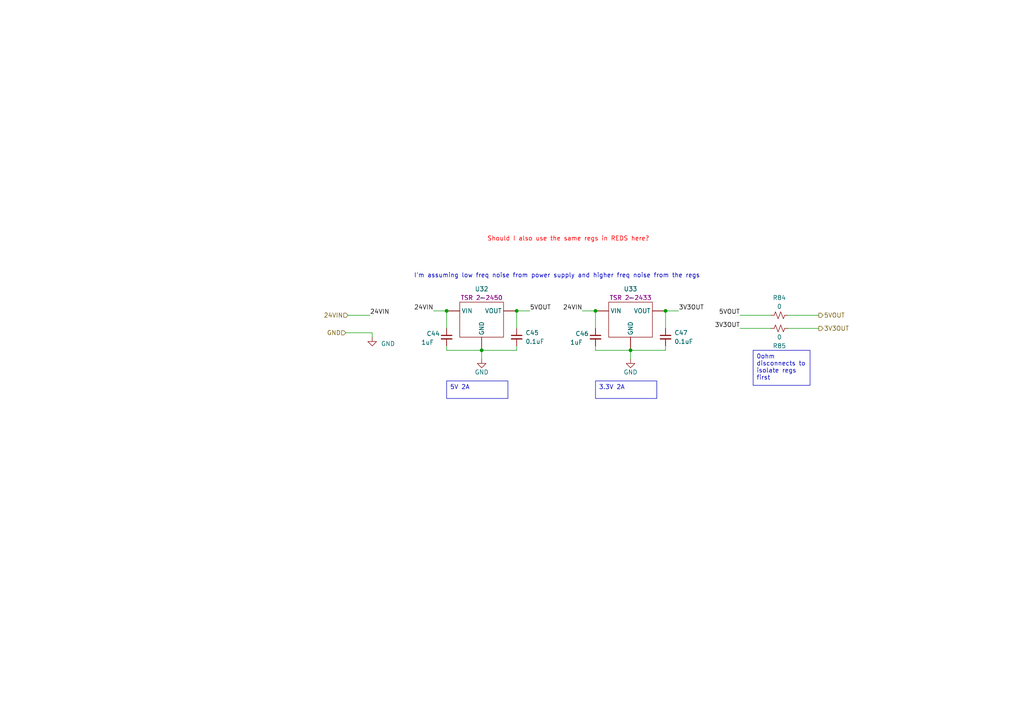
<source format=kicad_sch>
(kicad_sch (version 20231120) (generator "eeschema") (generator_version "8.0")
  (paper "A4")
  (lib_symbols
    (symbol "Device:C_Small" (pin_numbers hide) (pin_names (offset 0.254) hide)
      (property "Reference" "C" (at 0.254 1.778 0))
      (property "Value" "C_Small" (at 0.254 -2.032 0))
      (symbol "C_Small_0_1"
        (polyline (pts (xy -1.524 -0.508) (xy 1.524 -0.508)) (stroke (width 0.3302)))
        (polyline (pts (xy -1.524 0.508) (xy 1.524 0.508)) (stroke (width 0.3048)))
      )
      (symbol "C_Small_1_1"
        (pin passive line (at 0 2.54 270) (length 2.032) (name "~") (number "1"))
        (pin passive line (at 0 -2.54 90) (length 2.032) (name "~") (number "2"))
      )
    )
    (symbol "Device:R_Small_US" (pin_numbers hide) (pin_names (offset 0.254) hide)
      (property "Reference" "R" (at 0.762 0.508 0))
      (property "Value" "R_Small_US" (at 0.762 -1.016 0))
      (symbol "R_Small_US_1_1"
        (polyline (pts (xy 0 0) (xy 1.016 -0.381) (xy 0 -0.762) (xy -1.016 -1.143) (xy 0 -1.524)))
        (polyline (pts (xy 0 1.524) (xy 1.016 1.143) (xy 0 0.762) (xy -1.016 0.381) (xy 0 0)))
        (pin passive line (at 0 2.54 270) (length 1.016) (name "~") (number "1"))
        (pin passive line (at 0 -2.54 90) (length 1.016) (name "~") (number "2"))
      )
    )
    (symbol "UCIRP-KiCAD-Lib:Generic_Regulator_InputGroundOutput" (pin_numbers hide)
      (property "Reference" "U" (at 0 6.35 0))
      (symbol "Generic_Regulator_InputGroundOutput_0_1"
        (rectangle (start -6.35 5.08) (end 6.35 -5.08))
      )
      (symbol "Generic_Regulator_InputGroundOutput_1_1"
        (pin power_in line (at -10.16 2.54 0) (length 3.81) (name "VIN") (number "1"))
        (pin power_in line (at 0 -8.89 90) (length 3.81) (name "GND") (number "2"))
        (pin power_out line (at 10.16 2.54 180) (length 3.81) (name "VOUT") (number "3"))
      )
    )
    (symbol "power:GND" (power) (pin_names (offset 0))
      (property "Value" "GND" (at 0 -3.81 0))
      (symbol "GND_0_1"
        (polyline (pts (xy 0 0) (xy 0 -1.27) (xy 1.27 -1.27) (xy 0 -2.54) (xy -1.27 -1.27) (xy 0 -1.27)))
      )
      (symbol "GND_1_1"
        (pin power_in line (at 0 0 270) (length 0) hide (name "GND") (number "1"))
      )
    )
  )
  (junction (at 193.04 90.17))
  (junction (at 139.7 101.6))
  (junction (at 149.86 90.17))
  (junction (at 129.54 90.17))
  (junction (at 172.72 90.17))
  (junction (at 182.88 101.6))
  (wire (pts (xy 193.04 90.17) (xy 196.85 90.17)))
  (wire (pts (xy 107.95 97.79) (xy 107.95 96.52)))
  (wire (pts (xy 100.33 96.52) (xy 107.95 96.52)))
  (wire (pts (xy 149.86 100.33) (xy 149.86 101.6)))
  (wire (pts (xy 129.54 101.6) (xy 139.7 101.6)))
  (wire (pts (xy 193.04 100.33) (xy 193.04 101.6)))
  (wire (pts (xy 149.86 90.17) (xy 149.86 95.25)))
  (wire (pts (xy 149.86 90.17) (xy 153.67 90.17)))
  (wire (pts (xy 168.91 90.17) (xy 172.72 90.17)))
  (wire (pts (xy 172.72 101.6) (xy 182.88 101.6)))
  (wire (pts (xy 193.04 101.6) (xy 182.88 101.6)))
  (wire (pts (xy 193.04 90.17) (xy 193.04 95.25)))
  (wire (pts (xy 228.6 91.44) (xy 237.49 91.44)))
  (wire (pts (xy 172.72 100.33) (xy 172.72 101.6)))
  (wire (pts (xy 129.54 90.17) (xy 129.54 95.25)))
  (wire (pts (xy 125.73 90.17) (xy 129.54 90.17)))
  (wire (pts (xy 182.88 101.6) (xy 182.88 104.14)))
  (wire (pts (xy 139.7 101.6) (xy 139.7 104.14)))
  (wire (pts (xy 172.72 90.17) (xy 172.72 95.25)))
  (wire (pts (xy 214.63 91.44) (xy 223.52 91.44)))
  (wire (pts (xy 214.63 95.25) (xy 223.52 95.25)))
  (wire (pts (xy 228.6 95.25) (xy 237.49 95.25)))
  (wire (pts (xy 129.54 100.33) (xy 129.54 101.6)))
  (wire (pts (xy 149.86 101.6) (xy 139.7 101.6)))
  (wire (pts (xy 107.315 91.44) (xy 100.965 91.44)))
  (text_box "3.3V 2A" (at 172.72 110.49 0) (size 17.78 5.08) (effects (font (size 1.27 1.27)) (justify left top)))
  (text_box "5V 2A" (at 129.54 110.49 0) (size 17.78 5.08) (effects (font (size 1.27 1.27)) (justify left top)))
  (text_box "0ohm disconnects to isolate regs first" (at 218.44 101.6 0) (size 16.51 10.16) (effects (font (size 1.27 1.27)) (justify left top)))
  (text "I'm assuming low freq noise from power supply and higher freq noise from the regs" (at 161.544 80.01 0) (effects (font (size 1.27 1.27))))
  (text "Should I also use the same regs in REDS here?" (at 164.846 69.342 0) (effects (font (size 1.27 1.27))))
  (label "3V3OUT" (at 214.63 95.25 180))
  (label "5VOUT" (at 214.63 91.44 180))
  (label "3V3OUT" (at 196.85 90.17 0))
  (label "24VIN" (at 125.73 90.17 180))
  (label "24VIN" (at 107.315 91.44 0))
  (label "24VIN" (at 168.91 90.17 180))
  (label "5VOUT" (at 153.67 90.17 0))
  (hierarchical_label "5VOUT" (shape output) (at 237.49 91.44 0))
  (hierarchical_label "24VIN" (shape input) (at 100.965 91.44 180))
  (hierarchical_label "3V3OUT" (shape output) (at 237.49 95.25 0))
  (hierarchical_label "GND" (shape input) (at 100.33 96.52 180))
  (symbol (lib_id "power:GND") (at 182.88 104.14 0) (unit 1)
    (property "Reference" "#PWR0134" (effects (hide yes)))
    (property "Value" "GND" (at 182.88 107.95 0))
  )
  (symbol (lib_id "Device:C_Small") (at 172.72 97.79 0) (unit 1)
    (property "Reference" "C46" (at 166.878 96.774 0) (effects (justify left)))
    (property "Value" "1uF" (at 165.354 99.314 0) (effects (justify left)))
    (property "Description" "Unpolarized capacitor, small symbol" (effects (hide yes)))
  )
  (symbol (lib_id "Device:R_Small_US") (at 226.06 95.25 90) (unit 1)
    (property "Reference" "R85" (at 226.06 100.33 90))
    (property "Value" "0" (at 226.06 97.79 90))
    (property "Footprint" "Resistor_SMD:R_1206_3216Metric_Pad1.30x1.75mm_HandSolder" (effects (hide yes)))
  )
  (symbol (lib_id "Device:C_Small") (at 149.86 97.79 0) (unit 1)
    (property "Reference" "C45" (at 152.4 96.5262 0) (effects (justify left)))
    (property "Value" "0.1uF" (at 152.4 99.0662 0) (effects (justify left)))
    (property "Description" "Unpolarized capacitor, small symbol" (effects (hide yes)))
  )
  (symbol (lib_id "Device:C_Small") (at 193.04 97.79 0) (unit 1)
    (property "Reference" "C47" (at 195.58 96.5262 0) (effects (justify left)))
    (property "Value" "0.1uF" (at 195.58 99.0662 0) (effects (justify left)))
    (property "Description" "Unpolarized capacitor, small symbol" (effects (hide yes)))
  )
  (symbol (lib_id "power:GND") (at 107.95 97.79 0) (unit 1)
    (property "Reference" "#PWR0132" (effects (hide yes)))
    (property "Value" "GND" (at 110.49 99.695 0) (effects (justify left)))
  )
  (symbol (lib_id "Device:C_Small") (at 129.54 97.79 0) (unit 1)
    (property "Reference" "C44" (at 123.698 96.774 0) (effects (justify left)))
    (property "Value" "1uF" (at 122.174 99.314 0) (effects (justify left)))
    (property "Description" "Unpolarized capacitor, small symbol" (effects (hide yes)))
  )
  (symbol (lib_id "Device:R_Small_US") (at 226.06 91.44 90) (unit 1)
    (property "Reference" "R84" (at 226.06 86.36 90))
    (property "Value" "0" (at 226.06 88.9 90))
    (property "Footprint" "Resistor_SMD:R_1206_3216Metric_Pad1.30x1.75mm_HandSolder" (effects (hide yes)))
  )
  (symbol (lib_id "UCIRP-KiCAD-Lib:Generic_Regulator_InputGroundOutput") (at 139.7 92.71 0) (unit 1)
    (property "Reference" "U32" (at 139.7 83.82 0))
    (property "Value" "~" (at 139.7 86.36 0))
    (property "Datasheet" "https://www.mouser.com/datasheet/2/687/tsr2_datasheet-3049803.pdf" (effects (hide yes)))
    (property "Manufacturer" "Traco Power" (effects (hide yes)))
    (property "Part #" "TSR 2-2450" (at 139.7 86.36 0))
  )
  (symbol (lib_id "UCIRP-KiCAD-Lib:Generic_Regulator_InputGroundOutput") (at 182.88 92.71 0) (unit 1)
    (property "Reference" "U33" (at 182.88 83.82 0))
    (property "Value" "~" (at 182.88 86.36 0))
    (property "Datasheet" "https://www.mouser.com/datasheet/2/687/tsr2_datasheet-3049803.pdf" (effects (hide yes)))
    (property "Manufacturer" "Traco Power" (effects (hide yes)))
    (property "Part #" "TSR 2-2433" (at 182.88 86.36 0))
  )
  (symbol (lib_id "power:GND") (at 139.7 104.14 0) (unit 1)
    (property "Reference" "#PWR0133" (effects (hide yes)))
    (property "Value" "GND" (at 139.7 107.95 0))
  )
)
</source>
